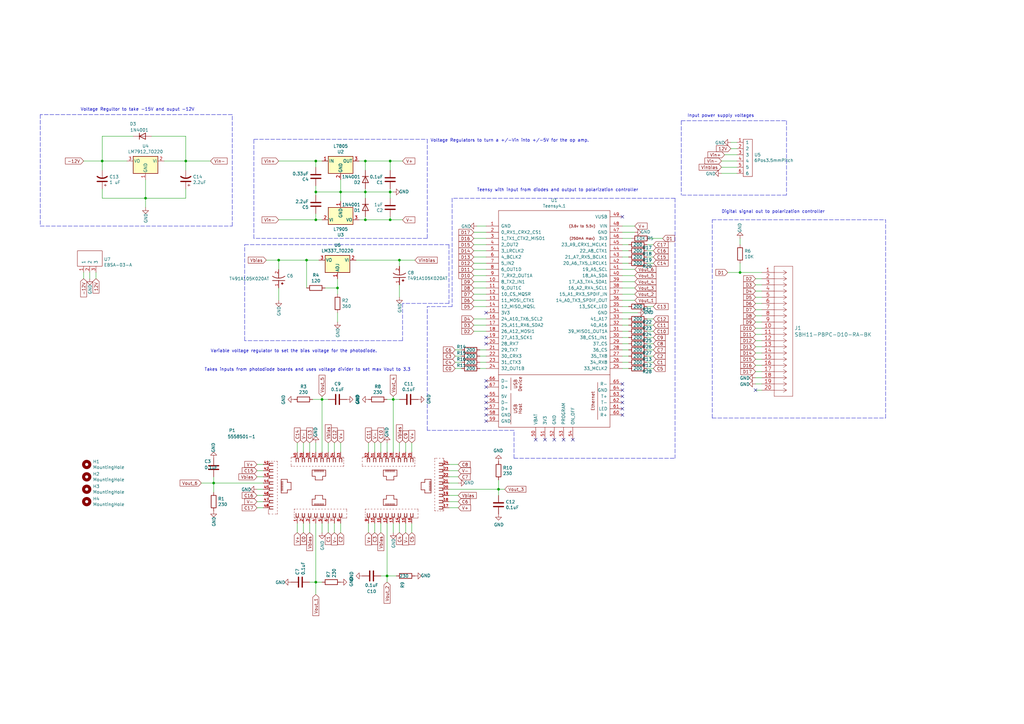
<source format=kicad_sch>
(kicad_sch (version 20211123) (generator eeschema)
  (paper "A3")
  (title_block (title "Teensy Board") (date "2021-09-28") (rev "v02") (comment 2 "University of Maryland, College Park") (comment 3 "dbowman3@terpmail.umd.edu") (comment 4 "Deven Bowman"))
  (junction (at 41.91 66.04))
  (junction (at 138.43 118.11))
  (junction (at 129.54 66.04))
  (junction (at 129.54 90.17))
  (junction (at 204.47 200.66))
  (junction (at 149.86 66.04))
  (junction (at 158.75 236.22))
  (junction (at 129.54 78.74))
  (junction (at 125.73 106.68))
  (junction (at 303.53 111.76))
  (junction (at 59.69 81.28))
  (junction (at 149.86 90.17))
  (junction (at 160.02 78.74))
  (junction (at 163.83 106.68))
  (junction (at 132.08 163.83))
  (junction (at 160.02 66.04))
  (junction (at 160.02 90.17))
  (junction (at 139.7 78.74))
  (junction (at 87.63 198.12))
  (junction (at 114.3 106.68))
  (junction (at 149.86 78.74))
  (junction (at 76.2 66.04))
  (junction (at 161.29 163.83))
  (junction (at 129.54 238.76))
  (no_connect (at 231.14 180.34))
  (no_connect (at 255.27 157.48))
  (no_connect (at 219.71 180.34))
  (no_connect (at 199.39 138.43))
  (no_connect (at 255.27 160.02))
  (no_connect (at 199.39 140.97))
  (no_connect (at 255.27 170.18))
  (no_connect (at 234.95 180.34))
  (no_connect (at 255.27 167.64))
  (no_connect (at 199.39 156.21))
  (no_connect (at 223.52 180.34))
  (no_connect (at 309.88 160.02))
  (no_connect (at 199.39 172.72))
  (no_connect (at 199.39 170.18))
  (no_connect (at 199.39 167.64))
  (no_connect (at 199.39 128.27))
  (no_connect (at 227.33 180.34))
  (no_connect (at 199.39 158.75))
  (no_connect (at 255.27 165.1))
  (no_connect (at 199.39 162.56))
  (no_connect (at 199.39 165.1))
  (no_connect (at 255.27 162.56))
  (no_connect (at 255.27 88.9))
  (wire (pts (xy 59.69 81.28) (xy 76.2 81.28)))
  (wire (pts (xy 137.16 218.44) (xy 137.16 214.63)))
  (polyline (pts (xy 322.58 49.53) (xy 322.58 80.01)))
  (wire (pts (xy 124.46 185.42) (xy 124.46 181.61)))
  (wire (pts (xy 158.75 236.22) (xy 156.21 236.22)))
  (polyline (pts (xy 95.25 46.99) (xy 16.51 46.99)))
  (wire (pts (xy 302.26 63.5) (xy 297.18 63.5)))
  (wire (pts (xy 156.21 185.42) (xy 156.21 181.61)))
  (wire (pts (xy 153.67 185.42) (xy 153.67 181.61)))
  (wire (pts (xy 184.15 193.04) (xy 187.96 193.04)))
  (wire (pts (xy 114.3 110.49) (xy 114.3 106.68)))
  (wire (pts (xy 196.85 148.59) (xy 199.39 148.59)))
  (wire (pts (xy 107.95 193.04) (xy 105.41 193.04)))
  (wire (pts (xy 129.54 76.2) (xy 129.54 78.74)))
  (wire (pts (xy 194.31 110.49) (xy 199.39 110.49)))
  (wire (pts (xy 255.27 102.87) (xy 257.81 102.87)))
  (wire (pts (xy 298.45 111.76) (xy 303.53 111.76)))
  (wire (pts (xy 146.05 106.68) (xy 163.83 106.68)))
  (wire (pts (xy 86.36 66.04) (xy 76.2 66.04)))
  (wire (pts (xy 267.97 105.41) (xy 265.43 105.41)))
  (wire (pts (xy 149.86 88.9) (xy 149.86 90.17)))
  (wire (pts (xy 41.91 55.88) (xy 41.91 66.04)))
  (wire (pts (xy 312.42 149.86) (xy 309.88 149.86)))
  (wire (pts (xy 194.31 105.41) (xy 199.39 105.41)))
  (wire (pts (xy 39.37 111.76) (xy 39.37 114.3)))
  (wire (pts (xy 255.27 95.25) (xy 260.35 95.25)))
  (polyline (pts (xy 210.82 187.96) (xy 210.82 176.53)))
  (wire (pts (xy 194.31 133.35) (xy 199.39 133.35)))
  (wire (pts (xy 189.23 148.59) (xy 186.69 148.59)))
  (wire (pts (xy 149.86 77.47) (xy 149.86 78.74)))
  (wire (pts (xy 187.96 198.12) (xy 184.15 198.12)))
  (wire (pts (xy 312.42 121.92) (xy 309.88 121.92)))
  (wire (pts (xy 36.83 114.3) (xy 36.83 111.76)))
  (wire (pts (xy 129.54 185.42) (xy 129.54 181.61)))
  (wire (pts (xy 168.91 218.44) (xy 168.91 214.63)))
  (wire (pts (xy 160.02 78.74) (xy 149.86 78.74)))
  (wire (pts (xy 196.85 151.13) (xy 199.39 151.13)))
  (wire (pts (xy 129.54 66.04) (xy 114.3 66.04)))
  (wire (pts (xy 132.08 90.17) (xy 129.54 90.17)))
  (wire (pts (xy 303.53 100.33) (xy 303.53 97.79)))
  (wire (pts (xy 87.63 198.12) (xy 82.55 198.12)))
  (wire (pts (xy 153.67 218.44) (xy 153.67 214.63)))
  (wire (pts (xy 41.91 69.85) (xy 41.91 66.04)))
  (wire (pts (xy 204.47 200.66) (xy 184.15 200.66)))
  (wire (pts (xy 105.41 208.28) (xy 107.95 208.28)))
  (wire (pts (xy 260.35 92.71) (xy 255.27 92.71)))
  (wire (pts (xy 302.26 71.12) (xy 295.91 71.12)))
  (wire (pts (xy 41.91 81.28) (xy 59.69 81.28)))
  (wire (pts (xy 158.75 236.22) (xy 162.56 236.22)))
  (wire (pts (xy 105.41 195.58) (xy 107.95 195.58)))
  (polyline (pts (xy 104.14 57.15) (xy 175.26 57.15)))
  (wire (pts (xy 41.91 66.04) (xy 34.29 66.04)))
  (wire (pts (xy 184.15 190.5) (xy 187.96 190.5)))
  (wire (pts (xy 163.83 109.22) (xy 163.83 106.68)))
  (polyline (pts (xy 279.4 49.53) (xy 279.4 80.01)))
  (wire (pts (xy 260.35 118.11) (xy 255.27 118.11)))
  (wire (pts (xy 267.97 140.97) (xy 265.43 140.97)))
  (polyline (pts (xy 104.14 97.79) (xy 104.14 57.15)))
  (wire (pts (xy 149.86 78.74) (xy 139.7 78.74)))
  (wire (pts (xy 138.43 114.3) (xy 138.43 118.11)))
  (wire (pts (xy 255.27 138.43) (xy 257.81 138.43)))
  (wire (pts (xy 260.35 115.57) (xy 255.27 115.57)))
  (wire (pts (xy 257.81 148.59) (xy 255.27 148.59)))
  (polyline (pts (xy 165.1 124.46) (xy 165.1 139.7)))
  (wire (pts (xy 260.35 123.19) (xy 255.27 123.19)))
  (wire (pts (xy 312.42 129.54) (xy 309.88 129.54)))
  (wire (pts (xy 265.43 133.35) (xy 267.97 133.35)))
  (wire (pts (xy 34.29 114.3) (xy 34.29 111.76)))
  (wire (pts (xy 163.83 121.92) (xy 163.83 116.84)))
  (wire (pts (xy 186.69 143.51) (xy 189.23 143.51)))
  (wire (pts (xy 207.01 200.66) (xy 204.47 200.66)))
  (wire (pts (xy 261.62 128.27) (xy 255.27 128.27)))
  (wire (pts (xy 187.96 205.74) (xy 184.15 205.74)))
  (wire (pts (xy 260.35 110.49) (xy 255.27 110.49)))
  (wire (pts (xy 87.63 198.12) (xy 107.95 198.12)))
  (wire (pts (xy 139.7 185.42) (xy 139.7 181.61)))
  (wire (pts (xy 260.35 120.65) (xy 255.27 120.65)))
  (wire (pts (xy 87.63 198.12) (xy 87.63 195.58)))
  (wire (pts (xy 312.42 124.46) (xy 309.88 124.46)))
  (wire (pts (xy 199.39 123.19) (xy 194.31 123.19)))
  (wire (pts (xy 59.69 85.09) (xy 59.69 81.28)))
  (polyline (pts (xy 292.1 171.45) (xy 292.1 90.17)))
  (wire (pts (xy 163.83 181.61) (xy 163.83 185.42)))
  (wire (pts (xy 158.75 181.61) (xy 158.75 185.42)))
  (wire (pts (xy 160.02 81.28) (xy 160.02 78.74)))
  (wire (pts (xy 105.41 200.66) (xy 107.95 200.66)))
  (wire (pts (xy 105.41 205.74) (xy 107.95 205.74)))
  (wire (pts (xy 132.08 163.83) (xy 134.62 163.83)))
  (wire (pts (xy 133.35 118.11) (xy 138.43 118.11)))
  (polyline (pts (xy 16.51 92.71) (xy 95.25 92.71)))
  (wire (pts (xy 196.85 143.51) (xy 199.39 143.51)))
  (polyline (pts (xy 292.1 171.45) (xy 363.22 171.45)))
  (wire (pts (xy 189.23 151.13) (xy 186.69 151.13)))
  (wire (pts (xy 195.58 92.71) (xy 199.39 92.71)))
  (wire (pts (xy 265.43 148.59) (xy 267.97 148.59)))
  (wire (pts (xy 184.15 208.28) (xy 187.96 208.28)))
  (wire (pts (xy 132.08 162.56) (xy 132.08 163.83)))
  (wire (pts (xy 265.43 107.95) (xy 267.97 107.95)))
  (polyline (pts (xy 100.33 139.7) (xy 100.33 100.33)))
  (wire (pts (xy 257.81 100.33) (xy 255.27 100.33)))
  (polyline (pts (xy 184.15 100.33) (xy 184.15 124.46)))
  (wire (pts (xy 127 181.61) (xy 127 185.42)))
  (wire (pts (xy 132.08 163.83) (xy 128.27 163.83)))
  (wire (pts (xy 267.97 100.33) (xy 265.43 100.33)))
  (wire (pts (xy 76.2 69.85) (xy 76.2 66.04)))
  (wire (pts (xy 161.29 78.74) (xy 160.02 78.74)))
  (wire (pts (xy 265.43 125.73) (xy 267.97 125.73)))
  (wire (pts (xy 114.3 106.68) (xy 109.22 106.68)))
  (wire (pts (xy 158.75 238.76) (xy 158.75 236.22)))
  (polyline (pts (xy 322.58 80.01) (xy 279.4 80.01)))
  (polyline (pts (xy 175.26 57.15) (xy 175.26 97.79)))
  (wire (pts (xy 149.86 69.85) (xy 149.86 66.04)))
  (wire (pts (xy 76.2 81.28) (xy 76.2 77.47)))
  (wire (pts (xy 312.42 144.78) (xy 309.88 144.78)))
  (polyline (pts (xy 276.86 81.28) (xy 276.86 187.96)))
  (wire (pts (xy 189.23 146.05) (xy 186.69 146.05)))
  (wire (pts (xy 130.81 106.68) (xy 125.73 106.68)))
  (wire (pts (xy 194.31 97.79) (xy 199.39 97.79)))
  (wire (pts (xy 199.39 113.03) (xy 194.31 113.03)))
  (wire (pts (xy 194.31 102.87) (xy 199.39 102.87)))
  (wire (pts (xy 160.02 88.9) (xy 160.02 90.17)))
  (wire (pts (xy 166.37 185.42) (xy 166.37 181.61)))
  (wire (pts (xy 312.42 137.16) (xy 309.88 137.16)))
  (wire (pts (xy 121.92 181.61) (xy 121.92 185.42)))
  (wire (pts (xy 265.43 143.51) (xy 267.97 143.51)))
  (wire (pts (xy 161.29 163.83) (xy 158.75 163.83)))
  (wire (pts (xy 114.3 123.19) (xy 114.3 118.11)))
  (wire (pts (xy 299.72 58.42) (xy 302.26 58.42)))
  (wire (pts (xy 299.72 60.96) (xy 302.26 60.96)))
  (polyline (pts (xy 279.4 49.53) (xy 322.58 49.53)))
  (wire (pts (xy 132.08 218.44) (xy 132.08 214.63)))
  (wire (pts (xy 266.7 97.79) (xy 271.78 97.79)))
  (wire (pts (xy 199.39 107.95) (xy 194.31 107.95)))
  (wire (pts (xy 199.39 135.89) (xy 194.31 135.89)))
  (wire (pts (xy 303.53 111.76) (xy 303.53 107.95)))
  (wire (pts (xy 129.54 238.76) (xy 132.08 238.76)))
  (wire (pts (xy 132.08 66.04) (xy 129.54 66.04)))
  (wire (pts (xy 139.7 73.66) (xy 139.7 78.74)))
  (polyline (pts (xy 175.26 176.53) (xy 175.26 125.73)))
  (wire (pts (xy 312.42 119.38) (xy 309.88 119.38)))
  (polyline (pts (xy 276.86 81.28) (xy 185.42 81.28)))
  (polyline (pts (xy 292.1 90.17) (xy 363.22 90.17)))
  (wire (pts (xy 129.54 78.74) (xy 129.54 80.01)))
  (polyline (pts (xy 175.26 97.79) (xy 104.14 97.79)))
  (wire (pts (xy 302.26 68.58) (xy 295.91 68.58)))
  (wire (pts (xy 160.02 77.47) (xy 160.02 78.74)))
  (wire (pts (xy 41.91 77.47) (xy 41.91 81.28)))
  (wire (pts (xy 151.13 218.44) (xy 151.13 214.63)))
  (wire (pts (xy 129.54 238.76) (xy 129.54 214.63)))
  (polyline (pts (xy 210.82 187.96) (xy 276.86 187.96)))
  (wire (pts (xy 138.43 132.08) (xy 138.43 128.27)))
  (wire (pts (xy 166.37 218.44) (xy 166.37 214.63)))
  (wire (pts (xy 194.31 100.33) (xy 199.39 100.33)))
  (wire (pts (xy 204.47 200.66) (xy 204.47 203.2)))
  (wire (pts (xy 312.42 152.4) (xy 309.88 152.4)))
  (wire (pts (xy 199.39 118.11) (xy 194.31 118.11)))
  (wire (pts (xy 134.62 185.42) (xy 134.62 181.61)))
  (wire (pts (xy 165.1 66.04) (xy 160.02 66.04)))
  (wire (pts (xy 151.13 185.42) (xy 151.13 181.61)))
  (wire (pts (xy 161.29 218.44) (xy 161.29 214.63)))
  (wire (pts (xy 199.39 146.05) (xy 196.85 146.05)))
  (wire (pts (xy 255.27 143.51) (xy 257.81 143.51)))
  (wire (pts (xy 149.86 66.04) (xy 147.32 66.04)))
  (wire (pts (xy 255.27 107.95) (xy 257.81 107.95)))
  (wire (pts (xy 194.31 115.57) (xy 199.39 115.57)))
  (wire (pts (xy 125.73 106.68) (xy 114.3 106.68)))
  (wire (pts (xy 156.21 218.44) (xy 156.21 214.63)))
  (wire (pts (xy 312.42 127) (xy 309.88 127)))
  (wire (pts (xy 204.47 200.66) (xy 204.47 196.85)))
  (wire (pts (xy 265.43 138.43) (xy 267.97 138.43)))
  (wire (pts (xy 139.7 78.74) (xy 129.54 78.74)))
  (wire (pts (xy 149.86 90.17) (xy 147.32 90.17)))
  (wire (pts (xy 312.42 147.32) (xy 309.88 147.32)))
  (wire (pts (xy 76.2 66.04) (xy 67.31 66.04)))
  (wire (pts (xy 121.92 218.44) (xy 121.92 214.63)))
  (wire (pts (xy 312.42 139.7) (xy 309.88 139.7)))
  (polyline (pts (xy 16.51 46.99) (xy 16.51 92.71)))
  (wire (pts (xy 160.02 66.04) (xy 149.86 66.04)))
  (wire (pts (xy 149.86 81.28) (xy 149.86 78.74)))
  (wire (pts (xy 194.31 95.25) (xy 199.39 95.25)))
  (wire (pts (xy 160.02 90.17) (xy 149.86 90.17)))
  (wire (pts (xy 160.02 69.85) (xy 160.02 66.04)))
  (wire (pts (xy 257.81 130.81) (xy 255.27 130.81)))
  (wire (pts (xy 199.39 130.81) (xy 194.31 130.81)))
  (wire (pts (xy 132.08 163.83) (xy 132.08 185.42)))
  (wire (pts (xy 267.97 135.89) (xy 265.43 135.89)))
  (wire (pts (xy 107.95 190.5) (xy 105.41 190.5)))
  (wire (pts (xy 76.2 55.88) (xy 62.23 55.88)))
  (wire (pts (xy 138.43 118.11) (xy 138.43 120.65)))
  (wire (pts (xy 312.42 134.62) (xy 309.88 134.62)))
  (wire (pts (xy 260.35 113.03) (xy 255.27 113.03)))
  (polyline (pts (xy 184.15 124.46) (xy 165.1 124.46)))
  (wire (pts (xy 265.43 146.05) (xy 267.97 146.05)))
  (wire (pts (xy 76.2 66.04) (xy 76.2 55.88)))
  (wire (pts (xy 129.54 90.17) (xy 114.3 90.17)))
  (wire (pts (xy 165.1 90.17) (xy 160.02 90.17)))
  (wire (pts (xy 158.75 236.22) (xy 158.75 214.63)))
  (wire (pts (xy 303.53 111.76) (xy 312.42 111.76)))
  (wire (pts (xy 257.81 140.97) (xy 255.27 140.97)))
  (wire (pts (xy 184.15 195.58) (xy 187.96 195.58)))
  (wire (pts (xy 312.42 114.3) (xy 309.88 114.3)))
  (wire (pts (xy 137.16 181.61) (xy 137.16 185.42)))
  (wire (pts (xy 295.91 66.04) (xy 302.26 66.04)))
  (wire (pts (xy 161.29 162.56) (xy 161.29 163.83)))
  (wire (pts (xy 127 218.44) (xy 127 214.63)))
  (wire (pts (xy 255.27 125.73) (xy 257.81 125.73)))
  (wire (pts (xy 129.54 87.63) (xy 129.54 90.17)))
  (polyline (pts (xy 210.82 176.53) (xy 175.26 176.53)))
  (polyline (pts (xy 185.42 81.28) (xy 185.42 125.73)))
  (wire (pts (xy 163.83 218.44) (xy 163.83 214.63)))
  (wire (pts (xy 107.95 203.2) (xy 105.41 203.2)))
  (wire (pts (xy 312.42 157.48) (xy 309.88 157.48)))
  (wire (pts (xy 54.61 55.88) (xy 41.91 55.88)))
  (wire (pts (xy 168.91 181.61) (xy 168.91 185.42)))
  (wire (pts (xy 87.63 198.12) (xy 87.63 201.93)))
  (wire (pts (xy 257.81 105.41) (xy 255.27 105.41)))
  (wire (pts (xy 267.97 151.13) (xy 265.43 151.13)))
  (wire (pts (xy 255.27 133.35) (xy 257.81 133.35)))
  (wire (pts (xy 267.97 130.81) (xy 265.43 130.81)))
  (wire (pts (xy 312.42 160.02) (xy 309.88 160.02)))
  (wire (pts (xy 170.18 106.68) (xy 163.83 106.68)))
  (wire (pts (xy 134.62 218.44) (xy 134.62 214.63)))
  (wire (pts (xy 194.31 120.65) (xy 199.39 120.65)))
  (wire (pts (xy 194.31 125.73) (xy 199.39 125.73)))
  (wire (pts (xy 187.96 203.2) (xy 184.15 203.2)))
  (wire (pts (xy 255.27 135.89) (xy 257.81 135.89)))
  (polyline (pts (xy 95.25 92.71) (xy 95.25 46.99)))
  (wire (pts (xy 161.29 163.83) (xy 161.29 185.42)))
  (wire (pts (xy 257.81 146.05) (xy 255.27 146.05)))
  (wire (pts (xy 129.54 66.04) (xy 129.54 68.58)))
  (wire (pts (xy 312.42 116.84) (xy 309.88 116.84)))
  (wire (pts (xy 125.73 118.11) (xy 125.73 106.68)))
  (wire (pts (xy 129.54 243.84) (xy 129.54 238.76)))
  (wire (pts (xy 265.43 102.87) (xy 267.97 102.87)))
  (wire (pts (xy 139.7 218.44) (xy 139.7 214.63)))
  (wire (pts (xy 59.69 81.28) (xy 59.69 73.66)))
  (wire (pts (xy 52.07 66.04) (xy 41.91 66.04)))
  (wire (pts (xy 161.29 163.83) (xy 163.83 163.83)))
  (wire (pts (xy 139.7 82.55) (xy 139.7 78.74)))
  (wire (pts (xy 124.46 218.44) (xy 124.46 214.63)))
  (polyline (pts (xy 165.1 139.7) (xy 100.33 139.7)))
  (polyline (pts (xy 363.22 171.45) (xy 363.22 90.17)))
  (wire (pts (xy 129.54 238.76) (xy 127 238.76)))
  (wire (pts (xy 257.81 151.13) (xy 255.27 151.13)))
  (polyline (pts (xy 100.33 100.33) (xy 184.15 100.33)))
  (wire (pts (xy 259.08 97.79) (xy 255.27 97.79)))
  (polyline (pts (xy 185.42 125.73) (xy 175.26 125.73)))
  (wire (pts (xy 312.42 132.08) (xy 309.88 132.08)))
  (wire (pts (xy 312.42 142.24) (xy 309.88 142.24)))
  (wire (pts (xy 312.42 154.94) (xy 309.88 154.94)))
  (text "Voltage Regulators to turn a +/-Vin into +/-5V for the op amp.\n" (at 176.53 58.42 0) (effects (font (size 1.27 1.27)) (justify left bottom)))
  (text "Input power supply voltages" (at 281.94 48.26 0) (effects (font (size 1.27 1.27)) (justify left bottom)))
  (text "Variable voltage regulator to set the bias voltage for the photodiode. " (at 86.36 144.78 0) (effects (font (size 1.27 1.27)) (justify left bottom)))
  (text "Digital signal out to polarization controller" (at 295.91 87.63 0) (effects (font (size 1.27 1.27)) (justify left bottom)))
  (text "Takes inputs from photodiode boards and uses voltage divider to set max Vout to 3.3" (at 83.82 152.4 0) (effects (font (size 1.27 1.27)) (justify left bottom)))
  (text "Teensy with input from diodes and output to polarization controller" (at 195.58 78.74 0) (effects (font (size 1.27 1.27)) (justify left bottom)))
  (text "Voltage Regultor to take -15V and ouput -12V" (at 33.02 45.72 0) (effects (font (size 1.27 1.27)) (justify left bottom)))
  (global_label "C4" (shape input) (at 186.69 148.59 180) (property "Intersheet References" "${INTERSHEET_REFS}" (effects hide)))
  (global_label "C1" (shape input) (at 134.62 218.44 270) (property "Intersheet References" "${INTERSHEET_REFS}" (effects hide)))
  (global_label "D16" (shape input) (at 309.88 149.86 180) (property "Intersheet References" "${INTERSHEET_REFS}" (effects hide)))
  (global_label "Vbias" (shape input) (at 109.22 106.68 180) (property "Intersheet References" "${INTERSHEET_REFS}" (effects hide)))
  (global_label "C14" (shape input) (at 267.97 107.95 0) (property "Intersheet References" "${INTERSHEET_REFS}" (effects hide)))
  (global_label "D6" (shape input) (at 309.88 124.46 180) (property "Intersheet References" "${INTERSHEET_REFS}" (effects hide)))
  (global_label "Vout_6" (shape input) (at 82.55 198.12 180) (property "Intersheet References" "${INTERSHEET_REFS}" (effects hide)))
  (global_label "D2" (shape input) (at 309.88 114.3 180) (property "Intersheet References" "${INTERSHEET_REFS}" (effects hide)))
  (global_label "D4" (shape input) (at 194.31 130.81 180) (property "Intersheet References" "${INTERSHEET_REFS}" (effects hide)))
  (global_label "C5" (shape input) (at 267.97 151.13 0) (property "Intersheet References" "${INTERSHEET_REFS}" (effects hide)))
  (global_label "-12V" (shape input) (at 34.29 66.04 180) (property "Intersheet References" "${INTERSHEET_REFS}" (effects hide)))
  (global_label "Vout_3" (shape input) (at 260.35 118.11 0) (property "Intersheet References" "${INTERSHEET_REFS}" (effects hide)))
  (global_label "C8" (shape input) (at 267.97 140.97 0) (property "Intersheet References" "${INTERSHEET_REFS}" (effects hide)))
  (global_label "C11" (shape input) (at 151.13 181.61 90) (property "Intersheet References" "${INTERSHEET_REFS}" (effects hide)))
  (global_label "D1" (shape input) (at 298.45 111.76 180) (property "Intersheet References" "${INTERSHEET_REFS}" (effects hide)))
  (global_label "V-" (shape input) (at 105.41 205.74 180) (property "Intersheet References" "${INTERSHEET_REFS}" (effects hide)))
  (global_label "D14" (shape input) (at 194.31 102.87 180) (property "Intersheet References" "${INTERSHEET_REFS}" (effects hide)))
  (global_label "Vout_1" (shape input) (at 260.35 123.19 0) (property "Intersheet References" "${INTERSHEET_REFS}" (effects hide)))
  (global_label "C7" (shape input) (at 187.96 195.58 0) (property "Intersheet References" "${INTERSHEET_REFS}" (effects hide)))
  (global_label "Vin-" (shape input) (at 86.36 66.04 0) (property "Intersheet References" "${INTERSHEET_REFS}" (effects hide)))
  (global_label "C2" (shape input) (at 139.7 218.44 270) (property "Intersheet References" "${INTERSHEET_REFS}" (effects hide)))
  (global_label "Vbias" (shape input) (at 105.41 195.58 180) (property "Intersheet References" "${INTERSHEET_REFS}" (effects hide)))
  (global_label "C2" (shape input) (at 267.97 146.05 0) (property "Intersheet References" "${INTERSHEET_REFS}" (effects hide)))
  (global_label "C13" (shape input) (at 127 181.61 90) (property "Intersheet References" "${INTERSHEET_REFS}" (effects hide)))
  (global_label "D3" (shape input) (at 194.31 133.35 180) (property "Intersheet References" "${INTERSHEET_REFS}" (effects hide)))
  (global_label "V+" (shape input) (at 168.91 181.61 90) (property "Intersheet References" "${INTERSHEET_REFS}" (effects hide)))
  (global_label "Vbias" (shape input) (at 127 218.44 270) (property "Intersheet References" "${INTERSHEET_REFS}" (effects hide)))
  (global_label "V-" (shape input) (at 165.1 90.17 0) (property "Intersheet References" "${INTERSHEET_REFS}" (effects hide)))
  (global_label "-12V" (shape input) (at 34.29 114.3 270) (property "Intersheet References" "${INTERSHEET_REFS}" (effects hide)))
  (global_label "C10" (shape input) (at 156.21 181.61 90) (property "Intersheet References" "${INTERSHEET_REFS}" (effects hide)))
  (global_label "C3" (shape input) (at 186.69 146.05 180) (property "Intersheet References" "${INTERSHEET_REFS}" (effects hide)))
  (global_label "Vinbias" (shape input) (at 170.18 106.68 0) (property "Intersheet References" "${INTERSHEET_REFS}" (effects hide)))
  (global_label "Vin-" (shape input) (at 114.3 90.17 180) (property "Intersheet References" "${INTERSHEET_REFS}" (effects hide)))
  (global_label "V+" (shape input) (at 165.1 66.04 0) (property "Intersheet References" "${INTERSHEET_REFS}" (effects hide)))
  (global_label "V+" (shape input) (at 105.41 190.5 180) (property "Intersheet References" "${INTERSHEET_REFS}" (effects hide)))
  (global_label "V-" (shape input) (at 124.46 181.61 90) (property "Intersheet References" "${INTERSHEET_REFS}" (effects hide)))
  (global_label "C16" (shape input) (at 105.41 203.2 180) (property "Intersheet References" "${INTERSHEET_REFS}" (effects hide)))
  (global_label "C15" (shape input) (at 267.97 105.41 0) (property "Intersheet References" "${INTERSHEET_REFS}" (effects hide)))
  (global_label "C11" (shape input) (at 267.97 133.35 0) (property "Intersheet References" "${INTERSHEET_REFS}" (effects hide)))
  (global_label "D9" (shape input) (at 309.88 132.08 180) (property "Intersheet References" "${INTERSHEET_REFS}" (effects hide)))
  (global_label "V-" (shape input) (at 187.96 193.04 0) (property "Intersheet References" "${INTERSHEET_REFS}" (effects hide)))
  (global_label "Vbias" (shape input) (at 156.21 218.44 270) (property "Intersheet References" "${INTERSHEET_REFS}" (effects hide)))
  (global_label "C13" (shape input) (at 267.97 125.73 0) (property "Intersheet References" "${INTERSHEET_REFS}" (effects hide)))
  (global_label "D15" (shape input) (at 194.31 100.33 180) (property "Intersheet References" "${INTERSHEET_REFS}" (effects hide)))
  (global_label "D16" (shape input) (at 194.31 97.79 180) (property "Intersheet References" "${INTERSHEET_REFS}" (effects hide)))
  (global_label "D14" (shape input) (at 309.88 144.78 180) (property "Intersheet References" "${INTERSHEET_REFS}" (effects hide)))
  (global_label "D12" (shape input) (at 194.31 107.95 180) (property "Intersheet References" "${INTERSHEET_REFS}" (effects hide)))
  (global_label "12V" (shape input) (at 39.37 114.3 270) (property "Intersheet References" "${INTERSHEET_REFS}" (effects hide)))
  (global_label "C16" (shape input) (at 267.97 102.87 0) (property "Intersheet References" "${INTERSHEET_REFS}" (effects hide)))
  (global_label "Vout_4" (shape input) (at 161.29 162.56 90) (property "Intersheet References" "${INTERSHEET_REFS}" (effects hide)))
  (global_label "Vout_4" (shape input) (at 260.35 115.57 0) (property "Intersheet References" "${INTERSHEET_REFS}" (effects hide)))
  (global_label "D7" (shape input) (at 309.88 127 180) (property "Intersheet References" "${INTERSHEET_REFS}" (effects hide)))
  (global_label "D11" (shape input) (at 194.31 110.49 180) (property "Intersheet References" "${INTERSHEET_REFS}" (effects hide)))
  (global_label "C14" (shape input) (at 121.92 181.61 90) (property "Intersheet References" "${INTERSHEET_REFS}" (effects hide)))
  (global_label "C15" (shape input) (at 105.41 193.04 180) (property "Intersheet References" "${INTERSHEET_REFS}" (effects hide)))
  (global_label "D17" (shape input) (at 194.31 95.25 180) (property "Intersheet References" "${INTERSHEET_REFS}" (effects hide)))
  (global_label "D8" (shape input) (at 194.31 118.11 180) (property "Intersheet References" "${INTERSHEET_REFS}" (effects hide)))
  (global_label "Vinbias" (shape input) (at 295.91 68.58 180) (property "Intersheet References" "${INTERSHEET_REFS}" (effects hide)))
  (global_label "Vbias" (shape input) (at 163.83 181.61 90) (property "Intersheet References" "${INTERSHEET_REFS}" (effects hide)))
  (global_label "D10" (shape input) (at 194.31 113.03 180) (property "Intersheet References" "${INTERSHEET_REFS}" (effects hide)))
  (global_label "D13" (shape input) (at 309.88 142.24 180) (property "Intersheet References" "${INTERSHEET_REFS}" (effects hide)))
  (global_label "D7" (shape input) (at 194.31 120.65 180) (property "Intersheet References" "${INTERSHEET_REFS}" (effects hide)))
  (global_label "Vin+" (shape input) (at 297.18 63.5 180) (property "Intersheet References" "${INTERSHEET_REFS}" (effects hide)))
  (global_label "Vbias" (shape input) (at 134.62 181.61 90) (property "Intersheet References" "${INTERSHEET_REFS}" (effects hide)))
  (global_label "V+" (shape input) (at 260.35 92.71 0) (property "Intersheet References" "${INTERSHEET_REFS}" (effects hide)))
  (global_label "D17" (shape input) (at 309.88 152.4 180) (property "Intersheet References" "${INTERSHEET_REFS}" (effects hide)))
  (global_label "C12" (shape input) (at 267.97 130.81 0) (property "Intersheet References" "${INTERSHEET_REFS}" (effects hide)))
  (global_label "C3" (shape input) (at 153.67 218.44 270) (property "Intersheet References" "${INTERSHEET_REFS}" (effects hide)))
  (global_label "C9" (shape input) (at 267.97 138.43 0) (property "Intersheet References" "${INTERSHEET_REFS}" (effects hide)))
  (global_label "D12" (shape input) (at 309.88 139.7 180) (property "Intersheet References" "${INTERSHEET_REFS}" (effects hide)))
  (global_label "D3" (shape input) (at 309.88 116.84 180) (property "Intersheet References" "${INTERSHEET_REFS}" (effects hide)))
  (global_label "C6" (shape input) (at 187.96 205.74 0) (property "Intersheet References" "${INTERSHEET_REFS}" (effects hide)))
  (global_label "C17" (shape input) (at 267.97 100.33 0) (property "Intersheet References" "${INTERSHEET_REFS}" (effects hide)))
  (global_label "C8" (shape input) (at 187.96 190.5 0) (property "Intersheet References" "${INTERSHEET_REFS}" (effects hide)))
  (global_label "C12" (shape input) (at 137.16 181.61 90) (property "Intersheet References" "${INTERSHEET_REFS}" (effects hide)))
  (global_label "Vin-" (shape input) (at 295.91 66.04 180) (property "Intersheet References" "${INTERSHEET_REFS}" (effects hide)))
  (global_label "V+" (shape input) (at 187.96 208.28 0) (property "Intersheet References" "${INTERSHEET_REFS}" (effects hide)))
  (global_label "V+" (shape input) (at 121.92 218.44 270) (property "Intersheet References" "${INTERSHEET_REFS}" (effects hide)))
  (global_label "Vbias" (shape input) (at 187.96 203.2 0) (property "Intersheet References" "${INTERSHEET_REFS}" (effects hide)))
  (global_label "D10" (shape input) (at 309.88 134.62 180) (property "Intersheet References" "${INTERSHEET_REFS}" (effects hide)))
  (global_label "D5" (shape input) (at 309.88 121.92 180) (property "Intersheet References" "${INTERSHEET_REFS}" (effects hide)))
  (global_label "D15" (shape input) (at 309.88 147.32 180) (property "Intersheet References" "${INTERSHEET_REFS}" (effects hide)))
  (global_label "D4" (shape input) (at 309.88 119.38 180) (property "Intersheet References" "${INTERSHEET_REFS}" (effects hide)))
  (global_label "Vout_3" (shape input) (at 207.01 200.66 0) (property "Intersheet References" "${INTERSHEET_REFS}" (effects hide)))
  (global_label "D5" (shape input) (at 194.31 125.73 180) (property "Intersheet References" "${INTERSHEET_REFS}" (effects hide)))
  (global_label "Vout_6" (shape input) (at 260.35 110.49 0) (property "Intersheet References" "${INTERSHEET_REFS}" (effects hide)))
  (global_label "V-" (shape input) (at 153.67 181.61 90) (property "Intersheet References" "${INTERSHEET_REFS}" (effects hide)))
  (global_label "D9" (shape input) (at 194.31 115.57 180) (property "Intersheet References" "${INTERSHEET_REFS}" (effects hide)))
  (global_label "V+" (shape input) (at 139.7 181.61 90) (property "Intersheet References" "${INTERSHEET_REFS}" (effects hide)))
  (global_label "Vout_1" (shape input) (at 129.54 243.84 270) (property "Intersheet References" "${INTERSHEET_REFS}" (effects hide)))
  (global_label "C17" (shape input) (at 105.41 208.28 180) (property "Intersheet References" "${INTERSHEET_REFS}" (effects hide)))
  (global_label "D11" (shape input) (at 309.88 137.16 180) (property "Intersheet References" "${INTERSHEET_REFS}" (effects hide)))
  (global_label "D13" (shape input) (at 194.31 105.41 180) (property "Intersheet References" "${INTERSHEET_REFS}" (effects hide)))
  (global_label "Vout_5" (shape input) (at 132.08 162.56 90) (property "Intersheet References" "${INTERSHEET_REFS}" (effects hide)))
  (global_label "Vin+" (shape input) (at 114.3 66.04 180) (property "Intersheet References" "${INTERSHEET_REFS}" (effects hide)))
  (global_label "Vout_2" (shape input) (at 260.35 120.65 0) (property "Intersheet References" "${INTERSHEET_REFS}" (effects hide)))
  (global_label "V-" (shape input) (at 166.37 218.44 270) (property "Intersheet References" "${INTERSHEET_REFS}" (effects hide)))
  (global_label "C0" (shape input) (at 186.69 151.13 180) (property "Intersheet References" "${INTERSHEET_REFS}" (effects hide)))
  (global_label "C6" (shape input) (at 186.69 143.51 180) (property "Intersheet References" "${INTERSHEET_REFS}" (effects hide)))
  (global_label "C10" (shape input) (at 267.97 135.89 0) (property "Intersheet References" "${INTERSHEET_REFS}" (effects hide)))
  (global_label "Vout_5" (shape input) (at 260.35 113.03 0) (property "Intersheet References" "${INTERSHEET_REFS}" (effects hide)))
  (global_label "D1" (shape input) (at 271.78 97.79 0) (property "Intersheet References" "${INTERSHEET_REFS}" (effects hide)))
  (global_label "C1" (shape input) (at 267.97 148.59 0) (property "Intersheet References" "${INTERSHEET_REFS}" (effects hide)))
  (global_label "C7" (shape input) (at 267.97 143.51 0) (property "Intersheet References" "${INTERSHEET_REFS}" (effects hide)))
  (global_label "C5" (shape input) (at 168.91 218.44 270) (property "Intersheet References" "${INTERSHEET_REFS}" (effects hide)))
  (global_label "12V" (shape input) (at 299.72 60.96 180) (property "Intersheet References" "${INTERSHEET_REFS}" (effects hide)))
  (global_label "D2" (shape input) (at 194.31 135.89 180) (property "Intersheet References" "${INTERSHEET_REFS}" (effects hide)))
  (global_label "C9" (shape input) (at 166.37 181.61 90) (property "Intersheet References" "${INTERSHEET_REFS}" (effects hide)))
  (global_label "V-" (shape input) (at 137.16 218.44 270) (property "Intersheet References" "${INTERSHEET_REFS}" (effects hide)))
  (global_label "V+" (shape input) (at 151.13 218.44 270) (property "Intersheet References" "${INTERSHEET_REFS}" (effects hide)))
  (global_label "C4" (shape input) (at 163.83 218.44 270) (property "Intersheet References" "${INTERSHEET_REFS}" (effects hide)))
  (global_label "D6" (shape input) (at 194.31 123.19 180) (property "Intersheet References" "${INTERSHEET_REFS}" (effects hide)))
  (global_label "C0" (shape input) (at 124.46 218.44 270) (property "Intersheet References" "${INTERSHEET_REFS}" (effects hide)))
  (global_label "Vout_2" (shape input) (at 158.75 238.76 270) (property "Intersheet References" "${INTERSHEET_REFS}" (effects hide)))
  (global_label "D8" (shape input) (at 309.88 129.54 180) (property "Intersheet References" "${INTERSHEET_REFS}" (effects hide)))
  (symbol (lib_id "TeensyBoardv2-rescue:Teensy4.1-teensy") (at 227.33 147.32 0) (unit 1)
    (property "Reference" "U1" (at 227.33 82.169 0))
    (property "Value" "Teensy4.1" (at 227.33 84.4804 0))
    (property "Footprint" "teensy:Teensy41" (effects hide))
  )
  (symbol (lib_id "power:GND") (at 132.08 218.44 0) (unit 1)
    (property "Reference" "#PWR02" (effects hide))
    (property "Value" "GND" (at 132.207 221.6912 90) (effects (justify right)))
  )
  (symbol (lib_id "power:GND") (at 105.41 200.66 270) (unit 1)
    (property "Reference" "#PWR012" (effects hide))
    (property "Value" "GND" (at 101.0158 200.787 90))
  )
  (symbol (lib_id "power:GND") (at 129.54 181.61 180) (unit 1)
    (property "Reference" "#PWR019" (effects hide))
    (property "Value" "GND" (at 129.413 177.2158 90))
  )
  (symbol (lib_id "power:GND") (at 158.75 181.61 180) (unit 1)
    (property "Reference" "#PWR023" (effects hide))
    (property "Value" "GND" (at 158.623 177.2158 90))
  )
  (symbol (lib_id "power:GND") (at 187.96 198.12 90) (unit 1)
    (property "Reference" "#PWR013" (effects hide))
    (property "Value" "GND" (at 192.3542 197.993 90))
  )
  (symbol (lib_id "power:GND") (at 161.29 218.44 0) (unit 1)
    (property "Reference" "#PWR06" (effects hide))
    (property "Value" "GND" (at 161.417 222.8342 90))
  )
  (symbol (lib_id "TeensyBoardv2-rescue:5558501-1-5558501-1Connector") (at 142.24 208.28 90) (unit 1)
    (property "Reference" "P1" (at 95.25 176.53 90))
    (property "Value" "5558501-1" (at 99.06 179.07 90))
    (property "Footprint" "5558501-1 Connector:5558501-1" (effects hide))
  )
  (symbol (lib_id "Regulator_Linear:L7805") (at 139.7 66.04 0) (unit 1)
    (property "Reference" "U2" (at 139.7 62.2554 0))
    (property "Value" "L7805" (at 139.7 59.944 0))
    (property "Footprint" "TO-220F-3_UnderBoardMount:TO-220F-3_UnderBoardMount" (effects hide))
    (property "Datasheet" "http://www.st.com/content/ccc/resource/technical/document/datasheet/41/4f/b3/b0/12/d4/47/88/CD00000444.pdf/files/CD00000444.pdf/jcr:content/translations/en.CD00000444.pdf" (effects hide))
  )
  (symbol (lib_id "Regulator_Linear:LM337_TO220") (at 138.43 106.68 180) (unit 1)
    (property "Reference" "U6" (at 138.43 100.5332 0))
    (property "Value" "LM337_TO220" (at 138.43 102.8446 0))
    (property "Footprint" "TO-220F-3_UnderBoardMount:TO-220F-3_UnderBoardMount" (effects hide))
    (property "Datasheet" "http://www.ti.com/lit/ds/symlink/lm337-n.pdf" (effects hide))
  )
  (symbol (lib_id "power:GND") (at 195.58 92.71 270) (unit 1)
    (property "Reference" "#PWR026" (effects hide))
    (property "Value" "GND" (at 191.1858 92.837 90))
  )
  (symbol (lib_id "power:GND") (at 260.35 95.25 90) (unit 1)
    (property "Reference" "#PWR027" (effects hide))
    (property "Value" "GND" (at 264.7442 95.123 90))
  )
  (symbol (lib_id "Regulator_Linear:L7905") (at 139.7 90.17 0) (unit 1)
    (property "Reference" "U3" (at 139.7 96.3168 0))
    (property "Value" "L7905" (at 139.7 94.0054 0))
    (property "Footprint" "TO-220F-3_UnderBoardMount:TO-220F-3_UnderBoardMount" (effects hide))
    (property "Datasheet" "http://www.st.com/content/ccc/resource/technical/document/datasheet/c9/16/86/41/c7/2b/45/f2/CD00000450.pdf/files/CD00000450.pdf/jcr:content/translations/en.CD00000450.pdf" (effects hide))
  )
  (symbol (lib_id "power:GND") (at 261.62 128.27 90) (unit 1)
    (property "Reference" "#PWR034" (effects hide))
    (property "Value" "GND" (at 266.0142 128.143 90))
  )
  (symbol (lib_id "power:GND") (at 161.29 78.74 90) (unit 1)
    (property "Reference" "#PWR028" (effects hide))
    (property "Value" "GND" (at 165.6842 78.613 90))
  )
  (symbol (lib_id "Device:C") (at 129.54 72.39 180) (unit 1)
    (property "Reference" "C4" (at 126.619 73.5584 0) (effects (justify left)))
    (property "Value" "0.33uF" (at 126.619 71.247 0) (effects (justify left)))
    (property "Footprint" "Capacitor_SMD:C_0603_1608Metric" (effects hide))
  )
  (symbol (lib_id "Device:C") (at 129.54 83.82 180) (unit 1)
    (property "Reference" "C5" (at 126.619 84.9884 0) (effects (justify left)))
    (property "Value" "2.2uF" (at 126.619 82.677 0) (effects (justify left)))
    (property "Footprint" "Capacitor_SMD:C_0603_1608Metric" (effects hide))
  )
  (symbol (lib_id "Device:C") (at 160.02 73.66 180) (unit 1)
    (property "Reference" "C1" (at 157.099 74.8284 0) (effects (justify left)))
    (property "Value" "0.1uF" (at 157.099 72.517 0) (effects (justify left)))
    (property "Footprint" "Capacitor_SMD:C_0603_1608Metric" (effects hide))
  )
  (symbol (lib_id "Device:C") (at 160.02 85.09 180) (unit 1)
    (property "Reference" "C2" (at 157.099 86.2584 0) (effects (justify left)))
    (property "Value" "1uF" (at 157.099 83.947 0) (effects (justify left)))
    (property "Footprint" "Capacitor_SMD:C_0603_1608Metric" (effects hide))
  )
  (symbol (lib_id "power:GND") (at 138.43 132.08 0) (unit 1)
    (property "Reference" "#PWR031" (effects hide))
    (property "Value" "GND" (at 138.557 136.4742 90))
  )
  (symbol (lib_id "Device:R") (at 129.54 118.11 270) (unit 1)
    (property "Reference" "R4" (at 129.54 112.8522 90))
    (property "Value" "120" (at 129.54 115.1636 90))
    (property "Footprint" "Resistor_SMD:R_0603_1608Metric" (effects hide))
  )
  (symbol (lib_id "Device:R") (at 138.43 124.46 180) (unit 1)
    (property "Reference" "R2" (at 140.208 123.2916 0) (effects (justify right)))
    (property "Value" "360" (at 140.208 125.603 0) (effects (justify right)))
    (property "Footprint" "Resistor_SMD:R_0603_1608Metric" (effects hide))
  )
  (symbol (lib_id "power:GND") (at 114.3 123.19 0) (unit 1)
    (property "Reference" "#PWR029" (effects hide))
    (property "Value" "GND" (at 114.427 127.5842 90))
  )
  (symbol (lib_id "power:GND") (at 163.83 121.92 0) (unit 1)
    (property "Reference" "#PWR033" (effects hide))
    (property "Value" "GND" (at 163.957 126.3142 90))
  )
  (symbol (lib_id "TeensyBoardv2-rescue:T491A105K020AT-T491A105K020AT") (at 163.83 111.76 90) (unit 1)
    (property "Reference" "C8" (at 167.132 111.8616 90) (effects (justify right)))
    (property "Value" "T491A105K020AT" (at 167.132 114.173 90) (effects (justify right)))
    (property "Footprint" "T491A105K020AT:CAPMP3216X180N" (effects hide))
    (property "MAXIMUM_PACKAGE_HEIGHT" "1.8 mm" (effects hide))
    (property "MANUFACTURER" "KEMET" (effects hide))
    (property "PARTREV" "N/A" (effects hide))
    (property "STANDARD" "IPC 7351B" (effects hide))
  )
  (symbol (lib_id "TeensyBoardv2-rescue:T491A105K020AT-T491A105K020AT") (at 114.3 113.03 90) (unit 1)
    (property "Reference" "C6" (at 117.602 113.1316 90) (effects (justify right)))
    (property "Value" "T491A105K020AT" (at 93.98 114.3 90) (effects (justify right)))
    (property "Footprint" "T491A105K020AT:CAPMP3216X180N" (effects hide))
    (property "MAXIMUM_PACKAGE_HEIGHT" "1.8 mm" (effects hide))
    (property "MANUFACTURER" "KEMET" (effects hide))
    (property "PARTREV" "N/A" (effects hide))
    (property "STANDARD" "IPC 7351B" (effects hide))
  )
  (symbol (lib_id "Diode:1N4001") (at 149.86 73.66 270) (unit 1)
    (property "Reference" "D2" (at 147.828 74.8284 90) (effects (justify right)))
    (property "Value" "1N4001" (at 147.828 72.517 90) (effects (justify right)))
    (property "Footprint" "Diode_THT:D_DO-41_SOD81_P10.16mm_Horizontal" (effects hide))
    (property "Datasheet" "http://www.vishay.com/docs/88503/1n4001.pdf" (effects hide))
  )
  (symbol (lib_id "Diode:1N4001") (at 149.86 85.09 270) (unit 1)
    (property "Reference" "D1" (at 147.828 86.2584 90) (effects (justify right)))
    (property "Value" "1N4001" (at 147.828 83.947 90) (effects (justify right)))
    (property "Footprint" "Diode_THT:D_DO-41_SOD81_P10.16mm_Horizontal" (effects hide))
    (property "Datasheet" "http://www.vishay.com/docs/88503/1n4001.pdf" (effects hide))
  )
  (symbol (lib_id "power:GND") (at 295.91 71.12 270) (unit 1)
    (property "Reference" "#PWR0101" (effects hide))
    (property "Value" "GND" (at 291.5158 71.247 90))
  )
  (symbol (lib_id "Device:R") (at 262.89 97.79 90) (unit 1)
    (property "Reference" "R5" (at 266.7 97.79 90))
    (property "Value" "10K" (at 262.89 97.79 90))
    (property "Footprint" "Resistor_SMD:R_0603_1608Metric" (effects hide))
  )
  (symbol (lib_id "Device:R") (at 303.53 104.14 180) (unit 1)
    (property "Reference" "R6" (at 305.308 102.9716 0) (effects (justify right)))
    (property "Value" "10K" (at 305.308 105.283 0) (effects (justify right)))
    (property "Footprint" "Resistor_SMD:R_0603_1608Metric" (effects hide))
  )
  (symbol (lib_id "power:GND") (at 309.88 154.94 270) (unit 1)
    (property "Reference" "#PWR036" (effects hide))
    (property "Value" "GND" (at 305.4858 155.067 90))
  )
  (symbol (lib_id "power:GND") (at 309.88 157.48 270) (unit 1)
    (property "Reference" "#PWR037" (effects hide))
    (property "Value" "GND" (at 305.4858 157.607 90))
  )
  (symbol (lib_id "power:GND") (at 303.53 97.79 180) (unit 1)
    (property "Reference" "#PWR035" (effects hide))
    (property "Value" "GND" (at 303.403 93.3958 90))
  )
  (symbol (lib_id "Device:R") (at 87.63 205.74 0) (unit 1)
    (property "Reference" "R1" (at 89.408 204.5716 0) (effects (justify left)))
    (property "Value" "230" (at 89.408 206.883 0) (effects (justify left)))
    (property "Footprint" "Resistor_SMD:R_0603_1608Metric" (effects hide))
  )
  (symbol (lib_id "Device:C") (at 87.63 191.77 0) (unit 1)
    (property "Reference" "C3" (at 83.82 189.23 0) (effects (justify left)))
    (property "Value" "0.1uF" (at 83.82 191.77 0) (effects (justify left)))
    (property "Footprint" "Capacitor_SMD:C_0603_1608Metric" (effects hide))
  )
  (symbol (lib_id "Device:R") (at 135.89 238.76 90) (unit 1)
    (property "Reference" "R7" (at 134.7216 236.982 0) (effects (justify left)))
    (property "Value" "230" (at 137.033 236.982 0) (effects (justify left)))
    (property "Footprint" "Resistor_SMD:R_0603_1608Metric" (effects hide))
  )
  (symbol (lib_id "Device:C") (at 123.19 238.76 90) (unit 1)
    (property "Reference" "C7" (at 122.0216 235.839 0) (effects (justify left)))
    (property "Value" "0.1uF" (at 124.333 235.839 0) (effects (justify left)))
    (property "Footprint" "Capacitor_SMD:C_0603_1608Metric" (effects hide))
  )
  (symbol (lib_id "Device:R") (at 166.37 236.22 90) (unit 1)
    (property "Reference" "R9" (at 165.1 241.3 0) (effects (justify left)))
    (property "Value" "230" (at 167.64 236.22 90) (effects (justify left)))
    (property "Footprint" "Resistor_SMD:R_0603_1608Metric" (effects hide))
  )
  (symbol (lib_id "Device:C") (at 152.4 236.22 90) (unit 1)
    (property "Reference" "C10" (at 152.4 242.57 90))
    (property "Value" "0.1uF" (at 152.4 240.03 90))
    (property "Footprint" "Capacitor_SMD:C_0603_1608Metric" (effects hide))
  )
  (symbol (lib_id "Device:R") (at 204.47 193.04 0) (mirror y) (unit 1)
    (property "Reference" "R10" (at 206.248 191.8716 0) (effects (justify right)))
    (property "Value" "230" (at 206.248 194.183 0) (effects (justify right)))
    (property "Footprint" "Resistor_SMD:R_0603_1608Metric" (effects hide))
  )
  (symbol (lib_id "Device:C") (at 204.47 207.01 0) (mirror y) (unit 1)
    (property "Reference" "C12" (at 207.391 205.8416 0) (effects (justify right)))
    (property "Value" "0.1uF" (at 207.391 208.153 0) (effects (justify right)))
    (property "Footprint" "Capacitor_SMD:C_0603_1608Metric" (effects hide))
  )
  (symbol (lib_id "Device:R") (at 154.94 163.83 90) (mirror x) (unit 1)
    (property "Reference" "R8" (at 154.94 158.5722 90))
    (property "Value" "230" (at 154.94 160.8836 90))
    (property "Footprint" "Resistor_SMD:R_0603_1608Metric" (effects hide))
  )
  (symbol (lib_id "Device:C") (at 167.64 163.83 90) (mirror x) (unit 1)
    (property "Reference" "C11" (at 167.64 157.4292 90))
    (property "Value" "0.1uF" (at 167.64 159.7406 90))
    (property "Footprint" "Capacitor_SMD:C_0603_1608Metric" (effects hide))
  )
  (symbol (lib_id "Device:R") (at 124.46 163.83 90) (mirror x) (unit 1)
    (property "Reference" "R3" (at 124.46 158.5722 90))
    (property "Value" "230" (at 124.46 160.8836 90))
    (property "Footprint" "Resistor_SMD:R_0603_1608Metric" (effects hide))
  )
  (symbol (lib_id "Device:C") (at 138.43 163.83 90) (mirror x) (unit 1)
    (property "Reference" "C9" (at 138.43 157.4292 90))
    (property "Value" "0.1uF" (at 138.43 159.7406 90))
    (property "Footprint" "Capacitor_SMD:C_0603_1608Metric" (effects hide))
  )
  (symbol (lib_id "power:GND") (at 87.63 209.55 0) (unit 1)
    (property "Reference" "#PWR0102" (effects hide))
    (property "Value" "GND" (at 87.757 213.9442 90))
  )
  (symbol (lib_id "power:GND") (at 87.63 187.96 180) (unit 1)
    (property "Reference" "#PWR0103" (effects hide))
    (property "Value" "GND" (at 87.503 183.5658 90))
  )
  (symbol (lib_id "power:GND") (at 119.38 238.76 270) (unit 1)
    (property "Reference" "#PWR0104" (effects hide))
    (property "Value" "GND" (at 114.9858 238.887 90))
  )
  (symbol (lib_id "power:GND") (at 139.7 238.76 90) (unit 1)
    (property "Reference" "#PWR0105" (effects hide))
    (property "Value" "GND" (at 144.0942 238.633 0))
  )
  (symbol (lib_id "power:GND") (at 170.18 236.22 90) (unit 1)
    (property "Reference" "#PWR0106" (effects hide))
    (property "Value" "GND" (at 174.5742 236.093 90))
  )
  (symbol (lib_id "power:GND") (at 148.59 236.22 270) (unit 1)
    (property "Reference" "#PWR0107" (effects hide))
    (property "Value" "GND" (at 144.1958 236.347 0))
  )
  (symbol (lib_id "power:GND") (at 204.47 210.82 0) (unit 1)
    (property "Reference" "#PWR0108" (effects hide))
    (property "Value" "GND" (at 204.597 215.2142 0))
  )
  (symbol (lib_id "power:GND") (at 204.47 189.23 180) (unit 1)
    (property "Reference" "#PWR0109" (effects hide))
    (property "Value" "GND" (at 204.343 184.8358 0))
  )
  (symbol (lib_id "power:GND") (at 171.45 163.83 90) (unit 1)
    (property "Reference" "#PWR0110" (effects hide))
    (property "Value" "GND" (at 175.8442 163.703 0))
  )
  (symbol (lib_id "power:GND") (at 151.13 163.83 270) (unit 1)
    (property "Reference" "#PWR0111" (effects hide))
    (property "Value" "GND" (at 146.7358 163.957 0))
  )
  (symbol (lib_id "power:GND") (at 142.24 163.83 90) (unit 1)
    (property "Reference" "#PWR0112" (effects hide))
    (property "Value" "GND" (at 146.6342 163.703 0))
  )
  (symbol (lib_id "power:GND") (at 120.65 163.83 270) (unit 1)
    (property "Reference" "#PWR0113" (effects hide))
    (property "Value" "GND" (at 116.2558 163.957 0))
  )
  (symbol (lib_id "Regulator_Linear:LM7912_TO220") (at 59.69 66.04 180) (unit 1)
    (property "Reference" "U4" (at 59.69 59.8932 0))
    (property "Value" "LM7912_TO220" (at 59.69 62.2046 0))
    (property "Footprint" "TO-220F-3_UnderBoardMount:TO-220F-3_UnderBoardMount" (effects hide))
    (property "Datasheet" "hhttps://www.onsemi.com/pub/Collateral/MC7900-D.PDF" (effects hide))
  )
  (symbol (lib_id "Device:R") (at 193.04 151.13 270) (unit 1)
    (property "Reference" "R11" (at 189.23 149.86 90))
    (property "Value" "200" (at 193.04 151.13 90))
    (property "Footprint" "Resistor_SMD:R_0603_1608Metric" (effects hide))
  )
  (symbol (lib_id "Device:R") (at 261.62 148.59 90) (unit 1)
    (property "Reference" "R12" (at 265.43 149.86 90))
    (property "Value" "200" (at 261.62 148.59 90))
    (property "Footprint" "Resistor_SMD:R_0603_1608Metric" (effects hide))
  )
  (symbol (lib_id "Device:R") (at 261.62 146.05 90) (unit 1)
    (property "Reference" "R13" (at 265.43 147.32 90))
    (property "Value" "200" (at 261.62 146.05 90))
    (property "Footprint" "Resistor_SMD:R_0603_1608Metric" (effects hide))
  )
  (symbol (lib_id "TeensyBoardv2-rescue:CP1-Device") (at 76.2 73.66 180) (unit 1)
    (property "Reference" "C14" (at 79.121 72.4916 0) (effects (justify right)))
    (property "Value" "2.2uF" (at 79.121 74.803 0) (effects (justify right)))
    (property "Footprint" "Capacitor_Tantalum_SMD:CPol_0603_1608Metric" (effects hide))
  )
  (symbol (lib_id "TeensyBoardv2-rescue:CP1-Device") (at 41.91 73.66 180) (unit 1)
    (property "Reference" "C13" (at 44.831 72.4916 0) (effects (justify right)))
    (property "Value" "1 uF" (at 44.831 74.803 0) (effects (justify right)))
    (property "Footprint" "Capacitor_Tantalum_SMD:CPol_0603_1608Metric" (effects hide))
  )
  (symbol (lib_id "TeensyBoardv2-rescue:SBH11-PBPC-D10-RA-BK-ul_SBH11-PBPC-D10-RA-BK") (at 312.42 111.76 0) (unit 1)
    (property "Reference" "J1" (at 325.8312 134.5438 0) (effects (font (size 1.524 1.524)) (justify left)))
    (property "Value" "SBH11-PBPC-D10-RA-BK" (at 325.8312 137.2362 0) (effects (font (size 1.524 1.524)) (justify left)))
    (property "Footprint" "Connector_IDC:IDC-Header_2x10_P2.54mm_Horizontal" (effects hide))
  )
  (symbol (lib_id "power:GND") (at 299.72 58.42 270) (unit 1)
    (property "Reference" "#PWR0116" (effects hide))
    (property "Value" "GND" (at 295.3258 58.547 90))
  )
  (symbol (lib_id "power:GND") (at 59.69 85.09 0) (unit 1)
    (property "Reference" "#PWR0114" (effects hide))
    (property "Value" "GND" (at 59.817 89.4842 90))
  )
  (symbol (lib_id "Diode:1N4001") (at 58.42 55.88 0) (unit 1)
    (property "Reference" "D3" (at 55.88 50.8 0) (effects (justify right)))
    (property "Value" "1N4001" (at 60.96 53.34 0) (effects (justify right)))
    (property "Footprint" "Diode_THT:D_DO-41_SOD81_P10.16mm_Horizontal" (effects hide))
    (property "Datasheet" "http://www.vishay.com/docs/88503/1n4001.pdf" (effects hide))
  )
  (symbol (lib_id "power:GND") (at 36.83 114.3 0) (unit 1)
    (property "Reference" "#PWR0115" (effects hide))
    (property "Value" "GND" (at 36.957 118.6942 90))
  )
  (symbol (lib_id "6Pos 3.5mmPitch:6Pos3.5mmPitch") (at 307.34 62.23 270) (unit 1)
    (property "Reference" "U5" (at 309.3212 63.4746 90) (effects (justify left)))
    (property "Value" "6Pos3.5mmPitch" (at 309.3212 65.786 90) (effects (justify left)))
    (property "Footprint" "6Pos 3.5mmPitch:6Pos 3.5mmPitch" (effects hide))
  )
  (symbol (lib_id "Mechanical:MountingHole") (at 35.56 190.5 0) (unit 1)
    (property "Reference" "H1" (at 38.1 189.3316 0) (effects (justify left)))
    (property "Value" "MountingHole" (at 38.1 191.643 0) (effects (justify left)))
    (property "Footprint" "MountingHole:MountingHole_3.5mm" (effects hide))
  )
  (symbol (lib_id "Mechanical:MountingHole") (at 35.56 195.58 0) (unit 1)
    (property "Reference" "H2" (at 38.1 194.4116 0) (effects (justify left)))
    (property "Value" "MountingHole" (at 38.1 196.723 0) (effects (justify left)))
    (property "Footprint" "MountingHole:MountingHole_3.5mm" (effects hide))
  )
  (symbol (lib_id "Mechanical:MountingHole") (at 35.56 200.66 0) (unit 1)
    (property "Reference" "H3" (at 38.1 199.4916 0) (effects (justify left)))
    (property "Value" "MountingHole" (at 38.1 201.803 0) (effects (justify left)))
    (property "Footprint" "MountingHole:MountingHole_3.5mm" (effects hide))
  )
  (symbol (lib_id "Mechanical:MountingHole") (at 35.56 205.74 0) (unit 1)
    (property "Reference" "H4" (at 38.1 204.5716 0) (effects (justify left)))
    (property "Value" "MountingHole" (at 38.1 206.883 0) (effects (justify left)))
    (property "Footprint" "MountingHole:MountingHole_3.5mm" (effects hide))
  )
  (symbol (lib_id "Device:R") (at 193.04 148.59 270) (unit 1)
    (property "Reference" "R16" (at 189.23 147.32 90))
    (property "Value" "200" (at 193.04 148.59 90))
    (property "Footprint" "Resistor_SMD:R_0603_1608Metric" (effects hide))
  )
  (symbol (lib_id "Device:R") (at 193.04 146.05 270) (unit 1)
    (property "Reference" "R15" (at 189.23 144.78 90))
    (property "Value" "200" (at 193.04 146.05 90))
    (property "Footprint" "Resistor_SMD:R_0603_1608Metric" (effects hide))
  )
  (symbol (lib_id "Device:R") (at 193.04 143.51 270) (unit 1)
    (property "Reference" "R14" (at 189.23 142.24 90))
    (property "Value" "200" (at 193.04 143.51 90))
    (property "Footprint" "Resistor_SMD:R_0603_1608Metric" (effects hide))
  )
  (symbol (lib_id "Device:R") (at 261.62 143.51 90) (unit 1)
    (property "Reference" "R27" (at 265.43 144.78 90))
    (property "Value" "200" (at 261.62 143.51 90))
    (property "Footprint" "Resistor_SMD:R_0603_1608Metric" (effects hide))
  )
  (symbol (lib_id "Device:R") (at 261.62 140.97 90) (unit 1)
    (property "Reference" "R26" (at 265.43 142.24 90))
    (property "Value" "200" (at 261.62 140.97 90))
    (property "Footprint" "Resistor_SMD:R_0603_1608Metric" (effects hide))
  )
  (symbol (lib_id "Device:R") (at 261.62 138.43 90) (unit 1)
    (property "Reference" "R25" (at 265.43 139.7 90))
    (property "Value" "200" (at 261.62 138.43 90))
    (property "Footprint" "Resistor_SMD:R_0603_1608Metric" (effects hide))
  )
  (symbol (lib_id "Device:R") (at 261.62 135.89 90) (unit 1)
    (property "Reference" "R24" (at 265.43 137.16 90))
    (property "Value" "200" (at 261.62 135.89 90))
    (property "Footprint" "Resistor_SMD:R_0603_1608Metric" (effects hide))
  )
  (symbol (lib_id "Device:R") (at 261.62 133.35 90) (unit 1)
    (property "Reference" "R23" (at 265.43 134.62 90))
    (property "Value" "200" (at 261.62 133.35 90))
    (property "Footprint" "Resistor_SMD:R_0603_1608Metric" (effects hide))
  )
  (symbol (lib_id "Device:R") (at 261.62 130.81 90) (unit 1)
    (property "Reference" "R22" (at 265.43 132.08 90))
    (property "Value" "200" (at 261.62 130.81 90))
    (property "Footprint" "Resistor_SMD:R_0603_1608Metric" (effects hide))
  )
  (symbol (lib_id "Device:R") (at 261.62 125.73 90) (unit 1)
    (property "Reference" "R21" (at 265.43 127 90))
    (property "Value" "200" (at 261.62 125.73 90))
    (property "Footprint" "Resistor_SMD:R_0603_1608Metric" (effects hide))
  )
  (symbol (lib_id "Device:R") (at 261.62 107.95 90) (unit 1)
    (property "Reference" "R20" (at 265.43 109.22 90))
    (property "Value" "200" (at 261.62 107.95 90))
    (property "Footprint" "Resistor_SMD:R_0603_1608Metric" (effects hide))
  )
  (symbol (lib_id "Device:R") (at 261.62 105.41 90) (unit 1)
    (property "Reference" "R19" (at 265.43 106.68 90))
    (property "Value" "200" (at 261.62 105.41 90))
    (property "Footprint" "Resistor_SMD:R_0603_1608Metric" (effects hide))
  )
  (symbol (lib_id "Device:R") (at 261.62 102.87 90) (unit 1)
    (property "Reference" "R18" (at 265.43 104.14 90))
    (property "Value" "200" (at 261.62 102.87 90))
    (property "Footprint" "Resistor_SMD:R_0603_1608Metric" (effects hide))
  )
  (symbol (lib_id "Device:R") (at 261.62 100.33 90) (unit 1)
    (property "Reference" "R17" (at 265.43 101.6 90))
    (property "Value" "200" (at 261.62 100.33 90))
    (property "Footprint" "Resistor_SMD:R_0603_1608Metric" (effects hide))
  )
  (symbol (lib_id "TeensyBoardv2-rescue:EBSA-03-A-EBSA-03-A") (at 36.83 104.14 0) (unit 1)
    (property "Reference" "U7" (at 42.6212 106.3498 0) (effects (justify left)))
    (property "Value" "EBSA-03-A" (at 42.6212 108.6612 0) (effects (justify left)))
    (property "Footprint" "EBSA-03-A:EBSA-03-A" (effects hide))
  )
  (symbol (lib_id "Device:R") (at 261.62 151.13 90) (unit 1)
    (property "Reference" "R28" (at 265.43 152.4 90))
    (property "Value" "200" (at 261.62 151.13 90))
    (property "Footprint" "Resistor_SMD:R_0603_1608Metric" (effects hide))
  )
)
</source>
